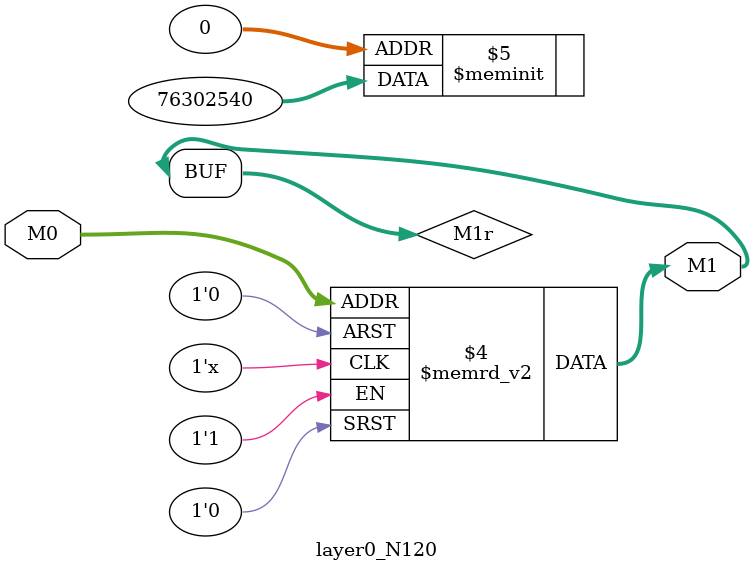
<source format=v>
module layer0_N120 ( input [3:0] M0, output [1:0] M1 );

	(*rom_style = "distributed" *) reg [1:0] M1r;
	assign M1 = M1r;
	always @ (M0) begin
		case (M0)
			4'b0000: M1r = 2'b00;
			4'b1000: M1r = 2'b00;
			4'b0100: M1r = 2'b00;
			4'b1100: M1r = 2'b00;
			4'b0010: M1r = 2'b00;
			4'b1010: M1r = 2'b00;
			4'b0110: M1r = 2'b00;
			4'b1110: M1r = 2'b00;
			4'b0001: M1r = 2'b11;
			4'b1001: M1r = 2'b11;
			4'b0101: M1r = 2'b10;
			4'b1101: M1r = 2'b01;
			4'b0011: M1r = 2'b11;
			4'b1011: M1r = 2'b10;
			4'b0111: M1r = 2'b01;
			4'b1111: M1r = 2'b00;

		endcase
	end
endmodule

</source>
